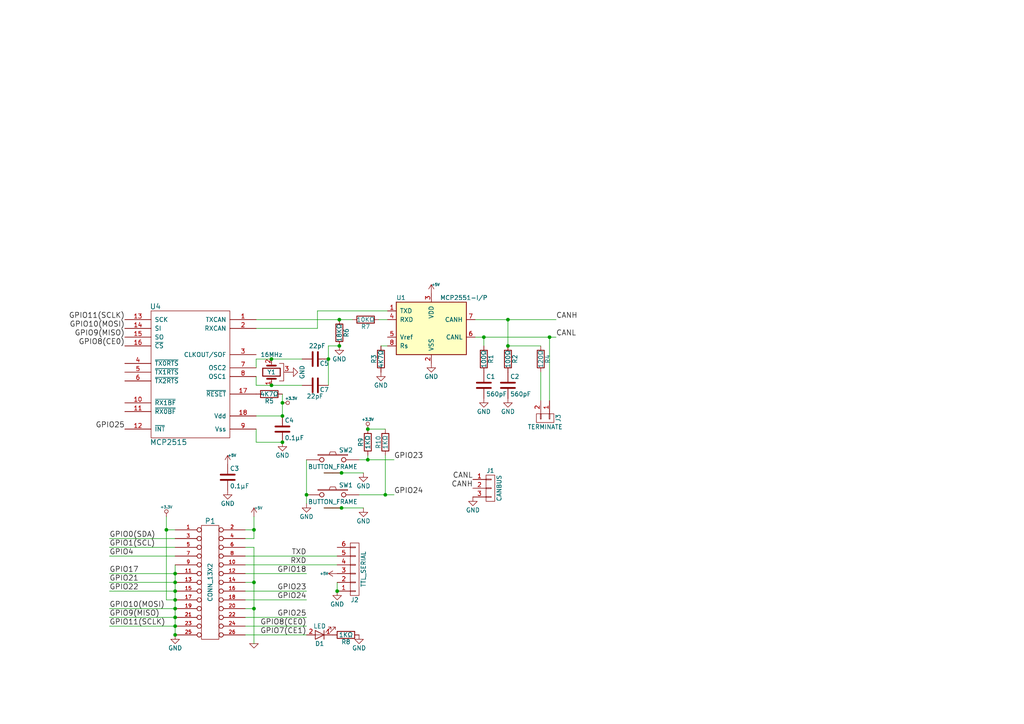
<source format=kicad_sch>
(kicad_sch (version 20230121) (generator eeschema)
  (paper "A4")
  (title_block (date "15 nov 2012"))
  (lib_symbols
    (symbol "raspican-rescue:+3.3V-RESCUE-raspican" (power) (pin_names (offset 0))
      (property "Value" "+3.3V-RESCUE-raspican" (at 0 2.794 0))
      (symbol "+3.3V-RESCUE-raspican_0_0"
        (pin power_in line (at 0 0 90) (length 0) hide (name "+3.3V") (number "1"))
      )
      (symbol "+3.3V-RESCUE-raspican_0_1"
        (polyline (pts (xy 0 0) (xy 0 1.016) (xy 0 1.016)))
        (circle (center 0 1.524) (radius 0.508))
      )
    )
    (symbol "raspican-rescue:+5V" (power) (pin_names (offset 0))
      (property "Value" "+5V" (at 0 3.556 0))
      (symbol "+5V_0_1"
        (polyline (pts (xy -0.762 1.27) (xy 0 2.54)))
        (polyline (pts (xy 0 0) (xy 0 2.54)))
        (polyline (pts (xy 0 2.54) (xy 0.762 1.27)))
      )
      (symbol "+5V_1_1"
        (pin power_in line (at 0 0 90) (length 0) hide (name "+5V") (number "1"))
      )
    )
    (symbol "raspican-rescue:BUTTON_FRAME" (pin_numbers hide) (pin_names (offset 1.016) hide)
      (property "Reference" "SW" (at 3.81 2.794 0))
      (property "Value" "BUTTON_FRAME" (at 0 -2.032 0))
      (symbol "BUTTON_FRAME_0_1"
        (rectangle (start -4.318 1.27) (end 4.318 1.524))
        (polyline (pts (xy -1.016 1.524) (xy -0.762 2.286) (xy 0.762 2.286) (xy 1.016 1.524)))
        (pin passive inverted (at -7.62 0 0) (length 5.08) (name "1") (number "1"))
        (pin passive inverted (at 7.62 0 180) (length 5.08) (name "2") (number "2"))
      )
      (symbol "BUTTON_FRAME_1_1"
        (pin passive line (at -2.54 -3.81 0) (length 2.54) (name "~") (number "4"))
        (pin passive line (at 2.54 -3.81 180) (length 2.54) (name "~") (number "5"))
      )
    )
    (symbol "raspican-rescue:C" (pin_numbers hide) (pin_names (offset 0.254))
      (property "Reference" "C" (at 0.635 2.54 0))
      (property "Value" "C" (at 0.635 -2.54 0))
      (symbol "C_0_1"
        (polyline (pts (xy -2.032 -0.762) (xy 2.032 -0.762)) (stroke (width 0.508)))
        (polyline (pts (xy -2.032 0.762) (xy 2.032 0.762)) (stroke (width 0.508)))
      )
      (symbol "C_1_1"
        (pin passive line (at 0 3.81 270) (length 2.794) (name "~") (number "1"))
        (pin passive line (at 0 -3.81 90) (length 2.794) (name "~") (number "2"))
      )
    )
    (symbol "raspican-rescue:CONN_01X02" (pin_names (offset 1.016) hide)
      (property "Reference" "J" (at 0 3.81 0))
      (property "Value" "CONN_01X02" (at 2.54 0 90))
      (symbol "CONN_01X02_0_1"
        (rectangle (start -1.27 -1.143) (end 0.254 -1.397))
        (rectangle (start -1.27 1.397) (end 0.254 1.143))
        (rectangle (start -1.27 2.54) (end 1.27 -2.54))
      )
      (symbol "CONN_01X02_1_1"
        (pin passive line (at -5.08 1.27 0) (length 3.81) (name "P1") (number "1"))
        (pin passive line (at -5.08 -1.27 0) (length 3.81) (name "P2") (number "2"))
      )
    )
    (symbol "raspican-rescue:CONN_01X03" (pin_names (offset 1.016) hide)
      (property "Reference" "J" (at 0 5.08 0))
      (property "Value" "CONN_01X03" (at 2.54 0 90))
      (symbol "CONN_01X03_0_1"
        (rectangle (start -1.27 -2.413) (end 0.254 -2.667))
        (rectangle (start -1.27 0.127) (end 0.254 -0.127))
        (rectangle (start -1.27 2.667) (end 0.254 2.413))
        (rectangle (start -1.27 3.81) (end 1.27 -3.81))
      )
      (symbol "CONN_01X03_1_1"
        (pin passive line (at -5.08 2.54 0) (length 3.81) (name "P1") (number "1"))
        (pin passive line (at -5.08 0 0) (length 3.81) (name "P2") (number "2"))
        (pin passive line (at -5.08 -2.54 0) (length 3.81) (name "P3") (number "3"))
      )
    )
    (symbol "raspican-rescue:CONN_01X06" (pin_names (offset 1.016) hide)
      (property "Reference" "J" (at 0 8.89 0))
      (property "Value" "CONN_01X06" (at 2.54 0 90))
      (symbol "CONN_01X06_0_1"
        (rectangle (start -1.27 -6.223) (end 0.254 -6.477))
        (rectangle (start -1.27 -3.683) (end 0.254 -3.937))
        (rectangle (start -1.27 -1.143) (end 0.254 -1.397))
        (rectangle (start -1.27 1.397) (end 0.254 1.143))
        (rectangle (start -1.27 3.937) (end 0.254 3.683))
        (rectangle (start -1.27 6.477) (end 0.254 6.223))
        (rectangle (start -1.27 7.62) (end 1.27 -7.62))
      )
      (symbol "CONN_01X06_1_1"
        (pin passive line (at -5.08 6.35 0) (length 3.81) (name "P1") (number "1"))
        (pin passive line (at -5.08 3.81 0) (length 3.81) (name "P2") (number "2"))
        (pin passive line (at -5.08 1.27 0) (length 3.81) (name "P3") (number "3"))
        (pin passive line (at -5.08 -1.27 0) (length 3.81) (name "P4") (number "4"))
        (pin passive line (at -5.08 -3.81 0) (length 3.81) (name "P5") (number "5"))
        (pin passive line (at -5.08 -6.35 0) (length 3.81) (name "P6") (number "6"))
      )
    )
    (symbol "raspican-rescue:CONN_13X2" (pin_names (offset 0.254) hide)
      (property "Reference" "P" (at 0 17.78 0))
      (property "Value" "CONN_13X2" (at 0 0 90))
      (symbol "CONN_13X2_0_1"
        (rectangle (start -2.54 16.51) (end 2.54 -16.51))
      )
      (symbol "CONN_13X2_1_1"
        (pin passive inverted (at -10.16 15.24 0) (length 7.62) (name "P1") (number "1"))
        (pin passive inverted (at 10.16 5.08 180) (length 7.62) (name "P10") (number "10"))
        (pin passive inverted (at -10.16 2.54 0) (length 7.62) (name "P11") (number "11"))
        (pin passive inverted (at 10.16 2.54 180) (length 7.62) (name "P12") (number "12"))
        (pin passive inverted (at -10.16 0 0) (length 7.62) (name "P13") (number "13"))
        (pin passive inverted (at 10.16 0 180) (length 7.62) (name "P14") (number "14"))
        (pin passive inverted (at -10.16 -2.54 0) (length 7.62) (name "P15") (number "15"))
        (pin passive inverted (at 10.16 -2.54 180) (length 7.62) (name "P16") (number "16"))
        (pin passive inverted (at -10.16 -5.08 0) (length 7.62) (name "P17") (number "17"))
        (pin passive inverted (at 10.16 -5.08 180) (length 7.62) (name "P18") (number "18"))
        (pin passive inverted (at -10.16 -7.62 0) (length 7.62) (name "P19") (number "19"))
        (pin passive inverted (at 10.16 15.24 180) (length 7.62) (name "P2") (number "2"))
        (pin passive inverted (at 10.16 -7.62 180) (length 7.62) (name "P20") (number "20"))
        (pin passive inverted (at -10.16 -10.16 0) (length 7.62) (name "P21") (number "21"))
        (pin passive inverted (at 10.16 -10.16 180) (length 7.62) (name "P22") (number "22"))
        (pin passive inverted (at -10.16 -12.7 0) (length 7.62) (name "P23") (number "23"))
        (pin passive inverted (at 10.16 -12.7 180) (length 7.62) (name "P20") (number "24"))
        (pin passive inverted (at -10.16 -15.24 0) (length 7.62) (name "P24") (number "25"))
        (pin passive inverted (at 10.16 -15.24 180) (length 7.62) (name "P22") (number "26"))
        (pin passive inverted (at -10.16 12.7 0) (length 7.62) (name "P3") (number "3"))
        (pin passive inverted (at 10.16 12.7 180) (length 7.62) (name "P4") (number "4"))
        (pin passive inverted (at -10.16 10.16 0) (length 7.62) (name "P5") (number "5"))
        (pin passive inverted (at 10.16 10.16 180) (length 7.62) (name "P6") (number "6"))
        (pin passive inverted (at -10.16 7.62 0) (length 7.62) (name "P7") (number "7"))
        (pin passive inverted (at 10.16 7.62 180) (length 7.62) (name "P8") (number "8"))
        (pin passive inverted (at -10.16 5.08 0) (length 7.62) (name "P9") (number "9"))
      )
    )
    (symbol "raspican-rescue:Crystal_GND3" (pin_names (offset 1.016) hide)
      (property "Reference" "Y" (at 0 5.715 0))
      (property "Value" "Crystal_GND3" (at 0 3.81 0))
      (symbol "Crystal_GND3_0_1"
        (rectangle (start -1.143 2.54) (end 1.143 -2.54) (stroke (width 0.3048)))
        (polyline (pts (xy -2.54 0) (xy -1.905 0)))
        (polyline (pts (xy -1.905 -1.27) (xy -1.905 1.27)) (stroke (width 0.508)))
        (polyline (pts (xy 0 -3.81) (xy 0 -3.556)))
        (polyline (pts (xy 1.905 0) (xy 2.54 0)))
        (polyline (pts (xy 1.905 1.27) (xy 1.905 -1.27)) (stroke (width 0.508)))
        (polyline (pts (xy -2.54 -2.286) (xy -2.54 -3.556) (xy 2.54 -3.556) (xy 2.54 -2.286)))
      )
      (symbol "Crystal_GND3_1_1"
        (pin passive line (at -3.81 0 0) (length 1.27) (name "1") (number "1"))
        (pin passive line (at 3.81 0 180) (length 1.27) (name "2") (number "2"))
        (pin passive line (at 0 -5.08 90) (length 1.27) (name "3") (number "3"))
      )
    )
    (symbol "raspican-rescue:GND" (power) (pin_names (offset 0))
      (property "Value" "GND" (at 0 -3.81 0))
      (symbol "GND_0_1"
        (polyline (pts (xy 0 0) (xy 0 -1.27) (xy 1.27 -1.27) (xy 0 -2.54) (xy -1.27 -1.27) (xy 0 -1.27)))
      )
      (symbol "GND_1_1"
        (pin power_in line (at 0 0 270) (length 0) hide (name "GND") (number "1"))
      )
    )
    (symbol "raspican-rescue:GND-RESCUE-raspican" (power) (pin_names (offset 0))
      (symbol "GND-RESCUE-raspican_0_1"
        (polyline (pts (xy -1.27 0) (xy 0 -1.27) (xy 1.27 0) (xy -1.27 0)))
      )
      (symbol "GND-RESCUE-raspican_1_1"
        (pin power_in line (at 0 0 90) (length 0) hide (name "GND") (number "1"))
      )
    )
    (symbol "raspican-rescue:LED" (pin_names (offset 1.016) hide)
      (property "Reference" "D" (at 0 2.54 0))
      (property "Value" "LED" (at 0 -2.54 0))
      (symbol "LED_0_1"
        (polyline (pts (xy -1.27 -1.27) (xy -1.27 1.27)) (stroke (width 0.2032)))
        (polyline (pts (xy -1.27 0) (xy 1.27 0)))
        (polyline (pts (xy 1.27 -1.27) (xy 1.27 1.27) (xy -1.27 0) (xy 1.27 -1.27)) (stroke (width 0.2032)))
        (polyline (pts (xy -3.048 -0.762) (xy -4.572 -2.286) (xy -3.81 -2.286) (xy -4.572 -2.286) (xy -4.572 -1.524)))
        (polyline (pts (xy -1.778 -0.762) (xy -3.302 -2.286) (xy -2.54 -2.286) (xy -3.302 -2.286) (xy -3.302 -1.524)))
      )
      (symbol "LED_1_1"
        (pin passive line (at -3.81 0 0) (length 2.54) (name "K") (number "1"))
        (pin passive line (at 3.81 0 180) (length 2.54) (name "A") (number "2"))
      )
    )
    (symbol "raspican-rescue:MCP2515" (pin_names (offset 1.016))
      (property "Reference" "U" (at -10.16 20.32 0))
      (property "Value" "MCP2515" (at -6.35 -19.05 0))
      (symbol "MCP2515_0_1"
        (rectangle (start -11.43 19.05) (end 11.43 -17.78))
      )
      (symbol "MCP2515_1_1"
        (pin output line (at 19.05 16.51 180) (length 7.62) (name "TXCAN") (number "1"))
        (pin output line (at -19.05 -7.62 0) (length 7.62) (name "~{RX1BF}") (number "10"))
        (pin output line (at -19.05 -10.16 0) (length 7.62) (name "~{RX0BF}") (number "11"))
        (pin output line (at -19.05 -15.24 0) (length 7.62) (name "~{INT}") (number "12"))
        (pin output line (at -19.05 16.51 0) (length 7.62) (name "SCK") (number "13"))
        (pin output line (at -19.05 13.97 0) (length 7.62) (name "SI") (number "14"))
        (pin output line (at -19.05 11.43 0) (length 7.62) (name "SO") (number "15"))
        (pin output line (at -19.05 8.89 0) (length 7.62) (name "~{CS}") (number "16"))
        (pin output line (at 19.05 -5.08 180) (length 7.62) (name "~{RESET}") (number "17"))
        (pin output line (at 19.05 -11.43 180) (length 7.62) (name "Vdd") (number "18"))
        (pin output line (at 19.05 13.97 180) (length 7.62) (name "RXCAN") (number "2"))
        (pin output line (at 19.05 6.35 180) (length 7.62) (name "CLKOUT/SOF") (number "3"))
        (pin output line (at -19.05 3.81 0) (length 7.62) (name "~{TX0RTS}") (number "4"))
        (pin output line (at -19.05 1.27 0) (length 7.62) (name "~{TX1RTS}") (number "5"))
        (pin output line (at -19.05 -1.27 0) (length 7.62) (name "~{TX2RTS}") (number "6"))
        (pin output line (at 19.05 2.54 180) (length 7.62) (name "OSC2") (number "7"))
        (pin output line (at 19.05 0 180) (length 7.62) (name "OSC1") (number "8"))
        (pin output line (at 19.05 -15.24 180) (length 7.62) (name "Vss") (number "9"))
      )
    )
    (symbol "raspican-rescue:MCP2551-I/P" (pin_names (offset 1.016))
      (property "Reference" "U" (at -10.16 8.89 0))
      (property "Value" "MCP2551-I/P" (at 2.54 8.89 0))
      (symbol "MCP2551-I/P_0_1"
        (rectangle (start -10.16 7.62) (end 10.16 -7.62) (stroke (width 0.254)) (fill (type background)))
      )
      (symbol "MCP2551-I/P_1_1"
        (pin input line (at -12.7 5.08 0) (length 2.54) (name "TXD") (number "1"))
        (pin power_in line (at 0 -10.16 90) (length 2.54) (name "VSS") (number "2"))
        (pin power_in line (at 0 10.16 270) (length 2.54) (name "VDD") (number "3"))
        (pin output line (at -12.7 2.54 0) (length 2.54) (name "RXD") (number "4"))
        (pin power_out line (at -12.7 -2.54 0) (length 2.54) (name "Vref") (number "5"))
        (pin bidirectional line (at 12.7 -2.54 180) (length 2.54) (name "CANL") (number "6"))
        (pin bidirectional line (at 12.7 2.54 180) (length 2.54) (name "CANH") (number "7"))
        (pin input line (at -12.7 -5.08 0) (length 2.54) (name "Rs") (number "8"))
      )
    )
    (symbol "raspican-rescue:R" (pin_numbers hide) (pin_names (offset 0))
      (property "Reference" "R" (at 2.032 0 90))
      (property "Value" "R" (at 0 0 90))
      (symbol "R_0_1"
        (rectangle (start -1.016 -2.54) (end 1.016 2.54) (stroke (width 0.254)))
      )
      (symbol "R_1_1"
        (pin passive line (at 0 3.81 270) (length 1.27) (name "~") (number "1"))
        (pin passive line (at 0 -3.81 90) (length 1.27) (name "~") (number "2"))
      )
    )
  )
  (junction (at 81.915 128.27))
  (junction (at 106.68 133.35))
  (junction (at 73.66 176.53))
  (junction (at 159.385 97.79))
  (junction (at 50.8 166.37))
  (junction (at 81.915 116.84))
  (junction (at 99.06 147.32))
  (junction (at 99.06 137.16))
  (junction (at 98.425 100.33))
  (junction (at 147.32 100.33))
  (junction (at 48.26 153.67))
  (junction (at 140.335 97.79))
  (junction (at 78.74 111.76))
  (junction (at 50.8 179.07))
  (junction (at 73.66 153.67))
  (junction (at 78.74 104.14))
  (junction (at 81.915 120.65))
  (junction (at 88.9 143.51))
  (junction (at 50.8 171.45))
  (junction (at 50.8 173.99))
  (junction (at 73.66 168.91))
  (junction (at 147.32 92.71))
  (junction (at 97.79 171.45))
  (junction (at 95.25 104.14))
  (junction (at 50.8 168.91))
  (junction (at 106.68 124.46))
  (junction (at 111.76 143.51))
  (junction (at 50.8 176.53))
  (junction (at 98.425 92.71))
  (junction (at 50.8 181.61))
  (junction (at 50.8 184.15))
  (wire (pts (xy 50.8 171.45) (xy 50.8 173.99)))
  (wire (pts (xy 50.8 166.37) (xy 50.8 168.91)))
  (wire (pts (xy 48.26 153.67) (xy 48.26 173.99)))
  (wire (pts (xy 159.385 116.205) (xy 159.385 97.79)))
  (wire (pts (xy 50.8 156.21) (xy 31.75 156.21)))
  (wire (pts (xy 48.26 153.67) (xy 50.8 153.67)))
  (wire (pts (xy 78.74 111.76) (xy 87.63 111.76)))
  (wire (pts (xy 71.12 166.37) (xy 88.9 166.37)))
  (wire (pts (xy 140.335 97.79) (xy 159.385 97.79)))
  (wire (pts (xy 74.295 111.76) (xy 78.74 111.76)))
  (wire (pts (xy 111.76 143.51) (xy 114.3 143.51)))
  (wire (pts (xy 140.335 97.79) (xy 140.335 100.33)))
  (wire (pts (xy 73.66 149.86) (xy 73.66 153.67)))
  (wire (pts (xy 147.32 92.71) (xy 147.32 100.33)))
  (wire (pts (xy 73.66 158.75) (xy 71.12 158.75)))
  (wire (pts (xy 73.66 168.91) (xy 73.66 158.75)))
  (wire (pts (xy 98.425 92.71) (xy 102.235 92.71)))
  (wire (pts (xy 71.12 161.29) (xy 97.79 161.29)))
  (wire (pts (xy 50.8 181.61) (xy 31.75 181.61)))
  (wire (pts (xy 48.26 173.99) (xy 50.8 173.99)))
  (wire (pts (xy 99.06 147.32) (xy 105.41 147.32)))
  (wire (pts (xy 88.9 143.51) (xy 88.9 146.05)))
  (wire (pts (xy 111.76 132.08) (xy 111.76 143.51)))
  (wire (pts (xy 50.8 176.53) (xy 31.75 176.53)))
  (wire (pts (xy 74.295 92.71) (xy 98.425 92.71)))
  (wire (pts (xy 50.8 168.91) (xy 50.8 171.45)))
  (wire (pts (xy 106.68 133.35) (xy 106.68 132.08)))
  (wire (pts (xy 88.9 133.35) (xy 88.9 143.51)))
  (wire (pts (xy 50.8 171.45) (xy 31.75 171.45)))
  (wire (pts (xy 137.795 97.79) (xy 140.335 97.79)))
  (wire (pts (xy 159.385 97.79) (xy 161.29 97.79)))
  (wire (pts (xy 110.49 100.33) (xy 112.395 100.33)))
  (wire (pts (xy 73.66 153.67) (xy 73.66 156.21)))
  (wire (pts (xy 71.12 168.91) (xy 73.66 168.91)))
  (wire (pts (xy 50.8 158.75) (xy 31.75 158.75)))
  (wire (pts (xy 73.66 176.53) (xy 73.66 168.91)))
  (wire (pts (xy 93.98 137.16) (xy 99.06 137.16)))
  (wire (pts (xy 95.25 100.33) (xy 95.25 104.14)))
  (wire (pts (xy 74.295 95.25) (xy 92.075 95.25)))
  (wire (pts (xy 71.12 181.61) (xy 88.9 181.61)))
  (wire (pts (xy 71.12 184.15) (xy 88.9 184.15)))
  (wire (pts (xy 74.295 104.14) (xy 74.295 106.68)))
  (wire (pts (xy 104.14 133.35) (xy 106.68 133.35)))
  (wire (pts (xy 147.32 92.71) (xy 161.29 92.71)))
  (wire (pts (xy 50.8 161.29) (xy 31.75 161.29)))
  (wire (pts (xy 81.915 114.3) (xy 81.915 116.84)))
  (wire (pts (xy 104.14 143.51) (xy 111.76 143.51)))
  (wire (pts (xy 81.915 120.65) (xy 74.295 120.65)))
  (wire (pts (xy 109.855 92.71) (xy 112.395 92.71)))
  (wire (pts (xy 156.845 116.205) (xy 156.845 107.95)))
  (wire (pts (xy 93.98 147.32) (xy 99.06 147.32)))
  (wire (pts (xy 95.25 100.33) (xy 98.425 100.33)))
  (wire (pts (xy 81.915 128.27) (xy 74.295 128.27)))
  (wire (pts (xy 97.79 171.45) (xy 97.79 168.91)))
  (wire (pts (xy 95.25 104.14) (xy 95.25 111.76)))
  (wire (pts (xy 73.66 176.53) (xy 71.12 176.53)))
  (wire (pts (xy 99.06 137.16) (xy 105.41 137.16)))
  (wire (pts (xy 73.66 186.69) (xy 73.66 176.53)))
  (wire (pts (xy 74.295 128.27) (xy 74.295 124.46)))
  (wire (pts (xy 106.68 124.46) (xy 111.76 124.46)))
  (wire (pts (xy 50.8 168.91) (xy 31.75 168.91)))
  (wire (pts (xy 73.66 153.67) (xy 71.12 153.67)))
  (wire (pts (xy 147.32 100.33) (xy 156.845 100.33)))
  (wire (pts (xy 106.68 133.35) (xy 114.3 133.35)))
  (wire (pts (xy 71.12 171.45) (xy 88.9 171.45)))
  (wire (pts (xy 71.12 163.83) (xy 97.79 163.83)))
  (wire (pts (xy 74.295 104.14) (xy 78.74 104.14)))
  (wire (pts (xy 71.12 179.07) (xy 88.9 179.07)))
  (wire (pts (xy 50.8 163.83) (xy 50.8 166.37)))
  (wire (pts (xy 112.395 90.17) (xy 92.075 90.17)))
  (wire (pts (xy 50.8 173.99) (xy 50.8 176.53)))
  (wire (pts (xy 50.8 179.07) (xy 31.75 179.07)))
  (wire (pts (xy 50.8 176.53) (xy 50.8 179.07)))
  (wire (pts (xy 78.74 104.14) (xy 87.63 104.14)))
  (wire (pts (xy 81.915 116.84) (xy 81.915 120.65)))
  (wire (pts (xy 71.12 173.99) (xy 88.9 173.99)))
  (wire (pts (xy 48.26 149.86) (xy 48.26 153.67)))
  (wire (pts (xy 74.295 109.22) (xy 74.295 111.76)))
  (wire (pts (xy 50.8 179.07) (xy 50.8 181.61)))
  (wire (pts (xy 73.66 156.21) (xy 71.12 156.21)))
  (wire (pts (xy 50.8 181.61) (xy 50.8 184.15)))
  (wire (pts (xy 137.795 92.71) (xy 147.32 92.71)))
  (wire (pts (xy 92.075 90.17) (xy 92.075 95.25)))
  (wire (pts (xy 50.8 166.37) (xy 31.75 166.37)))
  (label "GPIO23" (at 88.9 171.45 180) (effects (font (size 1.524 1.524))))
  (label "CANL" (at 161.29 97.79 0) (effects (font (size 1.524 1.524))))
  (label "GPIO24" (at 88.9 173.99 180) (effects (font (size 1.524 1.524))))
  (label "GPIO18" (at 88.9 166.37 180) (effects (font (size 1.524 1.524))))
  (label "GPIO11(SCLK)" (at 31.75 181.61 0) (effects (font (size 1.524 1.524))))
  (label "GPIO21" (at 31.75 168.91 0) (effects (font (size 1.524 1.524))))
  (label "GPIO11(SCLK)" (at 36.195 92.71 180) (effects (font (size 1.524 1.524))))
  (label "GPIO9(MISO)" (at 31.75 179.07 0) (effects (font (size 1.524 1.524))))
  (label "RXD" (at 88.9 163.83 180) (effects (font (size 1.524 1.524))))
  (label "GPIO8(CE0)" (at 88.9 181.61 180) (effects (font (size 1.524 1.524))))
  (label "CANL" (at 137.16 139.065 180) (effects (font (size 1.524 1.524))))
  (label "GPIO24" (at 114.3 143.51 0) (effects (font (size 1.524 1.524))))
  (label "CANH" (at 161.29 92.71 0) (effects (font (size 1.524 1.524))))
  (label "GPIO7(CE1)" (at 88.9 184.15 180) (effects (font (size 1.524 1.524))))
  (label "GPIO8(CE0)" (at 36.195 100.33 180) (effects (font (size 1.524 1.524))))
  (label "GPIO17" (at 31.75 166.37 0) (effects (font (size 1.524 1.524))))
  (label "GPIO0(SDA)" (at 31.75 156.21 0) (effects (font (size 1.524 1.524))))
  (label "GPIO25" (at 88.9 179.07 180) (effects (font (size 1.524 1.524))))
  (label "TXD" (at 88.9 161.29 180) (effects (font (size 1.524 1.524))))
  (label "GPIO25" (at 36.195 124.46 180) (effects (font (size 1.524 1.524))))
  (label "GPIO22" (at 31.75 171.45 0) (effects (font (size 1.524 1.524))))
  (label "GPIO4" (at 31.75 161.29 0) (effects (font (size 1.524 1.524))))
  (label "GPIO10(MOSI)" (at 31.75 176.53 0) (effects (font (size 1.524 1.524))))
  (label "GPIO1(SCL)" (at 31.75 158.75 0) (effects (font (size 1.524 1.524))))
  (label "CANH" (at 137.16 141.605 180) (effects (font (size 1.524 1.524))))
  (label "GPIO23" (at 114.3 133.35 0) (effects (font (size 1.524 1.524))))
  (label "GPIO10(MOSI)" (at 36.195 95.25 180) (effects (font (size 1.524 1.524))))
  (label "GPIO9(MISO)" (at 36.195 97.79 180) (effects (font (size 1.524 1.524))))
  (symbol (lib_id "raspican-rescue:CONN_13X2") (at 60.96 168.91 0) (unit 1)
    (property "Reference" "P1" (at 60.96 151.13 0) (effects (font (size 1.524 1.524))))
    (property "Value" "CONN_13X2" (at 60.96 168.91 90))
    (property "Footprint" "Pin_Headers:Pin_Header_Straight_2x13" (effects hide))
  )
  (symbol (lib_id "raspican-rescue:+3.3V-RESCUE-raspican") (at 48.26 149.86 0) (unit 1)
    (property "Reference" "#PWR01" (effects hide))
    (property "Value" "+3.3V" (at 48.26 147.066 0) (effects (font (size 0.762 0.762))))
  )
  (symbol (lib_id "raspican-rescue:+5V") (at 73.66 149.86 0) (unit 1)
    (property "Reference" "#PWR02" (effects hide))
    (property "Value" "+5V" (at 74.93 147.32 0) (effects (font (size 0.762 0.762))))
  )
  (symbol (lib_id "raspican-rescue:GND-RESCUE-raspican") (at 73.66 186.69 0) (unit 1)
    (property "Reference" "#PWR03" (effects hide))
    (property "Value" "GND" (effects hide))
  )
  (symbol (lib_id "raspican-rescue:MCP2551-I/P") (at 125.095 95.25 0) (unit 1)
    (property "Reference" "U1" (at 114.935 86.36 0) (effects (justify left)))
    (property "Value" "MCP2551-I/P" (at 127.635 86.36 0) (effects (justify left)))
    (property "Footprint" "Housings_DIP:DIP-8_W7.62mm_LongPads" (effects hide))
  )
  (symbol (lib_id "raspican-rescue:LED") (at 92.71 184.15 180) (unit 1)
    (property "Reference" "D1" (at 92.71 186.69 0))
    (property "Value" "LED" (at 92.71 181.61 0))
    (property "Footprint" "LEDs:LED-5MM" (effects hide))
  )
  (symbol (lib_id "raspican-rescue:R") (at 100.33 184.15 270) (unit 1)
    (property "Reference" "R8" (at 100.33 186.182 90))
    (property "Value" "1KΩ" (at 100.33 184.15 90))
    (property "Footprint" "Resistors_ThroughHole:Resistor_Horizontal_RM10mm" (effects hide))
  )
  (symbol (lib_id "raspican-rescue:GND") (at 104.14 184.15 0) (unit 1)
    (property "Reference" "#PWR04" (effects hide))
    (property "Value" "GND" (at 104.14 187.96 0))
  )
  (symbol (lib_id "raspican-rescue:CONN_01X06") (at 102.87 165.1 0) (mirror x) (unit 1)
    (property "Reference" "J2" (at 102.87 173.99 0))
    (property "Value" "TTL_SERIAL" (at 105.41 165.1 90))
    (property "Footprint" "Pin_Headers:Pin_Header_Straight_1x06" (effects hide))
  )
  (symbol (lib_id "raspican-rescue:GND") (at 97.79 171.45 0) (unit 1)
    (property "Reference" "#PWR05" (effects hide))
    (property "Value" "GND" (at 97.79 175.26 0))
  )
  (symbol (lib_id "raspican-rescue:+5V") (at 97.79 166.37 90) (unit 1)
    (property "Reference" "#PWR06" (effects hide))
    (property "Value" "+5V" (at 93.98 166.37 90) (effects (font (size 0.762 0.762))))
  )
  (symbol (lib_id "raspican-rescue:BUTTON_FRAME") (at 96.52 133.35 0) (unit 1)
    (property "Reference" "SW2" (at 100.33 130.556 0))
    (property "Value" "BUTTON_FRAME" (at 96.52 135.382 0))
    (property "Footprint" "Buttons_Switches_ThroughHole:SW_Tactile_SPST_Angled" (effects hide))
  )
  (symbol (lib_id "raspican-rescue:BUTTON_FRAME") (at 96.52 143.51 0) (unit 1)
    (property "Reference" "SW1" (at 100.33 140.716 0))
    (property "Value" "BUTTON_FRAME" (at 96.52 145.542 0))
    (property "Footprint" "Buttons_Switches_ThroughHole:SW_Tactile_SPST_Angled" (effects hide))
  )
  (symbol (lib_id "raspican-rescue:GND") (at 88.9 146.05 0) (unit 1)
    (property "Reference" "#PWR07" (effects hide))
    (property "Value" "GND" (at 88.9 149.86 0))
  )
  (symbol (lib_id "raspican-rescue:R") (at 106.68 128.27 180) (unit 1)
    (property "Reference" "R9" (at 104.648 128.27 90))
    (property "Value" "1KΩ" (at 106.68 128.27 90))
    (property "Footprint" "Resistors_ThroughHole:Resistor_Horizontal_RM10mm" (effects hide))
  )
  (symbol (lib_id "raspican-rescue:R") (at 111.76 128.27 180) (unit 1)
    (property "Reference" "R10" (at 109.728 128.27 90))
    (property "Value" "1KΩ" (at 111.76 128.27 90))
    (property "Footprint" "Resistors_ThroughHole:Resistor_Horizontal_RM10mm" (effects hide))
  )
  (symbol (lib_id "raspican-rescue:+3.3V-RESCUE-raspican") (at 106.68 124.46 0) (unit 1)
    (property "Reference" "#PWR08" (effects hide))
    (property "Value" "+3.3V" (at 106.68 121.666 0) (effects (font (size 0.762 0.762))))
  )
  (symbol (lib_id "raspican-rescue:GND") (at 105.41 137.16 0) (unit 1)
    (property "Reference" "#PWR09" (effects hide))
    (property "Value" "GND" (at 105.41 140.97 0))
  )
  (symbol (lib_id "raspican-rescue:GND") (at 105.41 147.32 0) (unit 1)
    (property "Reference" "#PWR010" (effects hide))
    (property "Value" "GND" (at 105.41 151.13 0))
  )
  (symbol (lib_id "raspican-rescue:R") (at 106.045 92.71 270) (unit 1)
    (property "Reference" "R7" (at 106.045 94.742 90))
    (property "Value" "10KΩ" (at 106.045 92.71 90))
    (property "Footprint" "Resistors_ThroughHole:Resistor_Horizontal_RM10mm" (effects hide))
  )
  (symbol (lib_id "raspican-rescue:R") (at 98.425 96.52 0) (unit 1)
    (property "Reference" "R6" (at 100.457 96.52 90))
    (property "Value" "18KΩ" (at 98.425 96.52 90))
    (property "Footprint" "Resistors_ThroughHole:Resistor_Horizontal_RM10mm" (effects hide))
  )
  (symbol (lib_id "raspican-rescue:GND") (at 98.425 100.33 0) (unit 1)
    (property "Reference" "#PWR011" (effects hide))
    (property "Value" "GND" (at 98.425 104.14 0))
  )
  (symbol (lib_id "raspican-rescue:R") (at 78.105 114.3 270) (unit 1)
    (property "Reference" "R5" (at 78.105 116.332 90))
    (property "Value" "4K7Ω" (at 78.105 114.3 90))
    (property "Footprint" "Resistors_ThroughHole:Resistor_Horizontal_RM10mm" (effects hide))
  )
  (symbol (lib_id "raspican-rescue:+3.3V-RESCUE-raspican") (at 81.915 116.84 270) (unit 1)
    (property "Reference" "#PWR012" (effects hide))
    (property "Value" "+3.3V" (at 84.455 115.57 90) (effects (font (size 0.762 0.762))))
  )
  (symbol (lib_id "raspican-rescue:MCP2515") (at 55.245 109.22 0) (unit 1)
    (property "Reference" "U4" (at 45.085 88.9 0) (effects (font (size 1.524 1.524))))
    (property "Value" "MCP2515" (at 48.895 128.27 0) (effects (font (size 1.524 1.524))))
    (property "Footprint" "Housings_DIP:DIP-18_W7.62mm_LongPads" (effects hide))
  )
  (symbol (lib_id "raspican-rescue:C") (at 81.915 124.46 0) (unit 1)
    (property "Reference" "C4" (at 82.55 121.92 0) (effects (justify left)))
    (property "Value" "0.1μF" (at 82.55 127 0) (effects (justify left)))
    (property "Footprint" "Capacitors_ThroughHole:C_Disc_D3_P2.5" (effects hide))
  )
  (symbol (lib_id "raspican-rescue:GND") (at 81.915 128.27 0) (unit 1)
    (property "Reference" "#PWR013" (effects hide))
    (property "Value" "GND" (at 81.915 132.08 0))
  )
  (symbol (lib_id "raspican-rescue:Crystal_GND3") (at 78.74 107.95 90) (unit 1)
    (property "Reference" "Y1" (at 78.74 107.95 90))
    (property "Value" "16MHz" (at 78.74 102.87 90))
    (property "Footprint" "Crystals:Crystal_HC49-U_Vertical_3Pin" (effects hide))
  )
  (symbol (lib_id "raspican-rescue:GND") (at 83.82 107.95 90) (unit 1)
    (property "Reference" "#PWR014" (effects hide))
    (property "Value" "GND" (at 87.63 107.95 0))
  )
  (symbol (lib_id "raspican-rescue:C") (at 91.44 104.14 270) (unit 1)
    (property "Reference" "C5" (at 92.71 105.41 90) (effects (justify left)))
    (property "Value" "22pF" (at 89.535 100.33 90) (effects (justify left)))
    (property "Footprint" "Capacitors_ThroughHole:C_Disc_D3_P2.5" (effects hide))
  )
  (symbol (lib_id "raspican-rescue:C") (at 91.44 111.76 270) (unit 1)
    (property "Reference" "C7" (at 92.71 113.03 90) (effects (justify left)))
    (property "Value" "22pF" (at 88.9 114.935 90) (effects (justify left)))
    (property "Footprint" "Capacitors_ThroughHole:C_Disc_D3_P2.5" (effects hide))
  )
  (symbol (lib_id "raspican-rescue:+5V") (at 125.095 85.09 0) (unit 1)
    (property "Reference" "#PWR015" (effects hide))
    (property "Value" "+5V" (at 126.365 82.55 0) (effects (font (size 0.762 0.762))))
  )
  (symbol (lib_id "raspican-rescue:C") (at 66.04 138.43 0) (unit 1)
    (property "Reference" "C3" (at 66.675 135.89 0) (effects (justify left)))
    (property "Value" "0.1μF" (at 66.675 140.97 0) (effects (justify left)))
    (property "Footprint" "Capacitors_ThroughHole:C_Disc_D3_P2.5" (effects hide))
  )
  (symbol (lib_id "raspican-rescue:GND") (at 66.04 142.24 0) (unit 1)
    (property "Reference" "#PWR016" (effects hide))
    (property "Value" "GND" (at 66.04 146.05 0))
  )
  (symbol (lib_id "raspican-rescue:+5V") (at 66.04 134.62 0) (unit 1)
    (property "Reference" "#PWR017" (effects hide))
    (property "Value" "+5V" (at 67.31 132.08 0) (effects (font (size 0.762 0.762))))
  )
  (symbol (lib_id "raspican-rescue:GND") (at 125.095 105.41 0) (unit 1)
    (property "Reference" "#PWR018" (effects hide))
    (property "Value" "GND" (at 125.095 109.22 0))
  )
  (symbol (lib_id "raspican-rescue:R") (at 110.49 104.14 180) (unit 1)
    (property "Reference" "R3" (at 108.458 104.14 90))
    (property "Value" "4K7Ω" (at 110.49 104.14 90))
    (property "Footprint" "Resistors_ThroughHole:Resistor_Horizontal_RM10mm" (effects hide))
  )
  (symbol (lib_id "raspican-rescue:GND") (at 110.49 107.95 0) (unit 1)
    (property "Reference" "#PWR019" (effects hide))
    (property "Value" "GND" (at 110.49 111.76 0))
  )
  (symbol (lib_id "raspican-rescue:R") (at 140.335 104.14 0) (unit 1)
    (property "Reference" "R1" (at 142.367 104.14 90))
    (property "Value" "100Ω" (at 140.335 104.14 90))
    (property "Footprint" "Resistors_ThroughHole:Resistor_Horizontal_RM10mm" (effects hide))
  )
  (symbol (lib_id "raspican-rescue:R") (at 147.32 104.14 0) (unit 1)
    (property "Reference" "R2" (at 149.352 104.14 90))
    (property "Value" "100Ω" (at 147.32 104.14 90))
    (property "Footprint" "Resistors_ThroughHole:Resistor_Horizontal_RM10mm" (effects hide))
  )
  (symbol (lib_id "raspican-rescue:C") (at 147.32 111.76 0) (unit 1)
    (property "Reference" "C2" (at 147.955 109.22 0) (effects (justify left)))
    (property "Value" "560pF" (at 147.955 114.3 0) (effects (justify left)))
    (property "Footprint" "Capacitors_ThroughHole:C_Disc_D3_P2.5" (effects hide))
  )
  (symbol (lib_id "raspican-rescue:C") (at 140.335 111.76 0) (unit 1)
    (property "Reference" "C1" (at 140.97 109.22 0) (effects (justify left)))
    (property "Value" "560pF" (at 140.97 114.3 0) (effects (justify left)))
    (property "Footprint" "Capacitors_ThroughHole:C_Disc_D3_P2.5" (effects hide))
  )
  (symbol (lib_id "raspican-rescue:GND") (at 140.335 115.57 0) (unit 1)
    (property "Reference" "#PWR020" (effects hide))
    (property "Value" "GND" (at 140.335 119.38 0))
  )
  (symbol (lib_id "raspican-rescue:GND") (at 147.32 115.57 0) (unit 1)
    (property "Reference" "#PWR021" (effects hide))
    (property "Value" "GND" (at 147.32 119.38 0))
  )
  (symbol (lib_id "raspican-rescue:R") (at 156.845 104.14 0) (unit 1)
    (property "Reference" "R4" (at 158.877 104.14 90))
    (property "Value" "120Ω" (at 156.845 104.14 90))
    (property "Footprint" "Resistors_ThroughHole:Resistor_Horizontal_RM10mm" (effects hide))
  )
  (symbol (lib_id "raspican-rescue:CONN_01X02") (at 158.115 121.285 270) (unit 1)
    (property "Reference" "J3" (at 161.925 121.285 0))
    (property "Value" "TERMINATE" (at 158.115 123.825 90))
    (property "Footprint" "Pin_Headers:Pin_Header_Straight_1x02" (effects hide))
  )
  (symbol (lib_id "raspican-rescue:CONN_01X03") (at 142.24 141.605 0) (unit 1)
    (property "Reference" "J1" (at 142.24 136.525 0))
    (property "Value" "CANBUS" (at 144.78 141.605 90))
    (property "Footprint" "Connectors_Phoenix:PhoenixContact_MSTBVA-G_03x5.08mm_Vertical" (effects hide))
  )
  (symbol (lib_id "raspican-rescue:GND") (at 137.16 144.145 0) (unit 1)
    (property "Reference" "#PWR022" (effects hide))
    (property "Value" "GND" (at 137.16 147.955 0))
  )
  (symbol (lib_id "raspican-rescue:GND") (at 50.8 184.15 0) (unit 1)
    (property "Reference" "#PWR?" (effects hide))
    (property "Value" "GND" (at 50.8 187.96 0))
  )
)
</source>
